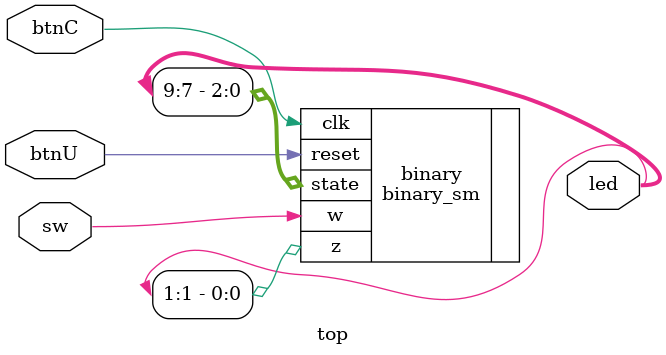
<source format=v>
module top(
    input sw, // w
    output [9:0] led, // see IO table
    input btnC, // clk
    input btnU // reset
);

    // Hook up binary and one-hot state machines
    binary_sm binary(
        .w(sw),
        .clk(btnC),
        .reset(btnU),
        .z(led[1]),
        .state(led[9:7])
    );

endmodule
</source>
